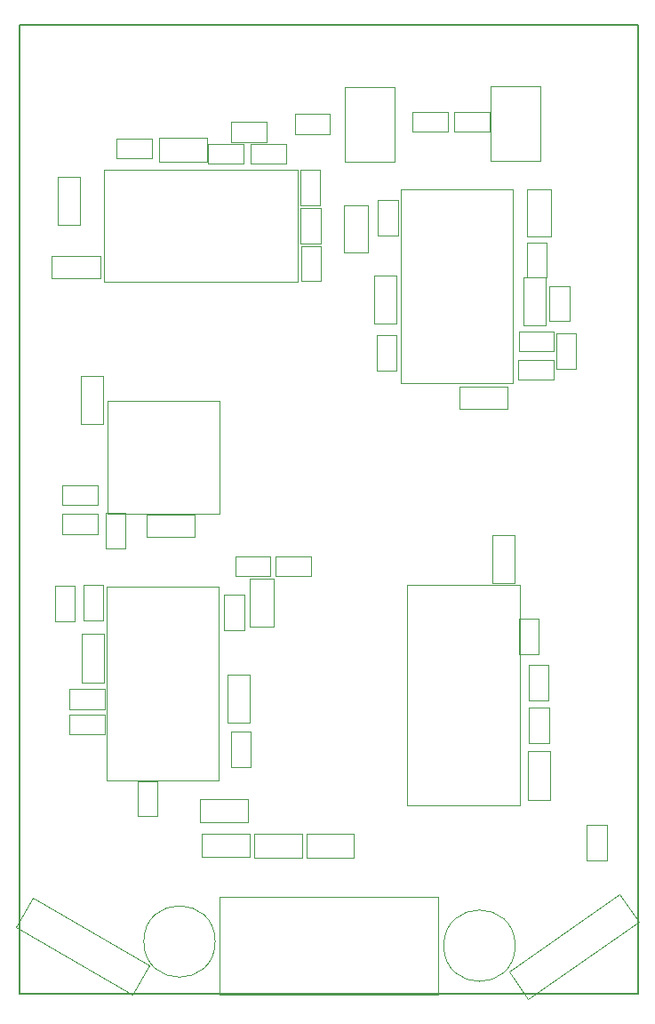
<source format=gbr>
%TF.GenerationSoftware,KiCad,Pcbnew,(5.99.0-13086-gffd1139cfe)*%
%TF.CreationDate,2021-11-22T18:43:28+08:00*%
%TF.ProjectId,Farini_EURO,46617269-6e69-45f4-9555-524f2e6b6963,rev?*%
%TF.SameCoordinates,Original*%
%TF.FileFunction,Other,User*%
%FSLAX46Y46*%
G04 Gerber Fmt 4.6, Leading zero omitted, Abs format (unit mm)*
G04 Created by KiCad (PCBNEW (5.99.0-13086-gffd1139cfe)) date 2021-11-22 18:43:28*
%MOMM*%
%LPD*%
G01*
G04 APERTURE LIST*
%TA.AperFunction,Profile*%
%ADD10C,0.150000*%
%TD*%
%ADD11C,0.050000*%
G04 APERTURE END LIST*
D10*
X47205489Y-140455901D02*
X106135489Y-140455901D01*
X47205489Y-48154626D02*
X47205489Y-140455901D01*
X106135489Y-48154626D02*
X47205489Y-48154626D01*
X106135489Y-140455901D02*
X106135489Y-48154626D01*
D11*
%TO.C,C1*%
X94405489Y-135875489D02*
G75*
G03*
X94405489Y-135875489I-3400000J0D01*
G01*
%TO.C,C2*%
X65825489Y-135475489D02*
G75*
G03*
X65825489Y-135475489I-3400000J0D01*
G01*
%TO.C,C3*%
X95215489Y-76815800D02*
X95215489Y-72215800D01*
X97315489Y-76815800D02*
X95215489Y-76815800D01*
X95215489Y-72215800D02*
X97315489Y-72215800D01*
X97315489Y-72215800D02*
X97315489Y-76815800D01*
%TO.C,C4*%
X69130489Y-114624429D02*
X67030489Y-114624429D01*
X67030489Y-114624429D02*
X67030489Y-110024429D01*
X67030489Y-110024429D02*
X69130489Y-110024429D01*
X69130489Y-110024429D02*
X69130489Y-114624429D01*
%TO.C,C5*%
X59278971Y-96956289D02*
X59278971Y-94856289D01*
X63878971Y-94856289D02*
X63878971Y-96956289D01*
X59278971Y-94856289D02*
X63878971Y-94856289D01*
X63878971Y-96956289D02*
X59278971Y-96956289D01*
%TO.C,C6*%
X83045489Y-72045800D02*
X83045489Y-76645800D01*
X83045489Y-76645800D02*
X80945489Y-76645800D01*
X80945489Y-72045800D02*
X83045489Y-72045800D01*
X80945489Y-76645800D02*
X80945489Y-72045800D01*
%TO.C,C7*%
X55220489Y-106204429D02*
X55220489Y-110804429D01*
X53120489Y-110804429D02*
X53120489Y-106204429D01*
X53120489Y-106204429D02*
X55220489Y-106204429D01*
X55220489Y-110804429D02*
X53120489Y-110804429D01*
%TO.C,C8*%
X53028971Y-81606289D02*
X55128971Y-81606289D01*
X53028971Y-86206289D02*
X53028971Y-81606289D01*
X55128971Y-86206289D02*
X53028971Y-86206289D01*
X55128971Y-81606289D02*
X55128971Y-86206289D01*
%TO.C,C9*%
X89105489Y-82655800D02*
X93705489Y-82655800D01*
X93705489Y-84755800D02*
X89105489Y-84755800D01*
X89105489Y-84755800D02*
X89105489Y-82655800D01*
X93705489Y-82655800D02*
X93705489Y-84755800D01*
%TO.C,C10*%
X95643384Y-117367904D02*
X97743384Y-117367904D01*
X95643384Y-121967904D02*
X95643384Y-117367904D01*
X97743384Y-117367904D02*
X97743384Y-121967904D01*
X97743384Y-121967904D02*
X95643384Y-121967904D01*
%TO.C,C11*%
X94365489Y-96725489D02*
X94365489Y-101325489D01*
X92265489Y-101325489D02*
X92265489Y-96725489D01*
X92265489Y-96725489D02*
X94365489Y-96725489D01*
X94365489Y-101325489D02*
X92265489Y-101325489D01*
%TO.C,D1*%
X95656063Y-140984229D02*
X93820619Y-138362943D01*
X106190359Y-133608036D02*
X95656063Y-140984229D01*
X93820619Y-138362943D02*
X104354914Y-130986750D01*
X104354914Y-130986750D02*
X106190359Y-133608036D01*
%TO.C,D3*%
X97785489Y-63795800D02*
X95545489Y-63795800D01*
X97785489Y-68355800D02*
X97785489Y-63795800D01*
X95545489Y-68355800D02*
X97785489Y-68355800D01*
X95545489Y-63795800D02*
X95545489Y-68355800D01*
%TO.C,D5*%
X59574032Y-137744848D02*
X57974032Y-140516130D01*
X46836946Y-134086130D02*
X48436946Y-131314848D01*
X48436946Y-131314848D02*
X59574032Y-137744848D01*
X57974032Y-140516130D02*
X46836946Y-134086130D01*
%TO.C,D6*%
X60517989Y-61200969D02*
X65077989Y-61200969D01*
X65077989Y-61200969D02*
X65077989Y-58960969D01*
X65077989Y-58960969D02*
X60517989Y-58960969D01*
X60517989Y-58960969D02*
X60517989Y-61200969D01*
%TO.C,D7*%
X69145489Y-105455489D02*
X71385489Y-105455489D01*
X71385489Y-100895489D02*
X69145489Y-100895489D01*
X69145489Y-100895489D02*
X69145489Y-105455489D01*
X71385489Y-105455489D02*
X71385489Y-100895489D01*
%TO.C,D10*%
X80337989Y-65320969D02*
X78097989Y-65320969D01*
X78097989Y-69880969D02*
X80337989Y-69880969D01*
X78097989Y-65320969D02*
X78097989Y-69880969D01*
X80337989Y-69880969D02*
X80337989Y-65320969D01*
%TO.C,D11*%
X74085489Y-125245489D02*
X69525489Y-125245489D01*
X69525489Y-127485489D02*
X74085489Y-127485489D01*
X69525489Y-125245489D02*
X69525489Y-127485489D01*
X74085489Y-127485489D02*
X74085489Y-125245489D01*
%TO.C,D12*%
X64385489Y-124155489D02*
X68945489Y-124155489D01*
X64385489Y-121915489D02*
X64385489Y-124155489D01*
X68945489Y-124155489D02*
X68945489Y-121915489D01*
X68945489Y-121915489D02*
X64385489Y-121915489D01*
%TO.C,D13*%
X64545489Y-125175489D02*
X64545489Y-127415489D01*
X69105489Y-125175489D02*
X64545489Y-125175489D01*
X69105489Y-127415489D02*
X69105489Y-125175489D01*
X64545489Y-127415489D02*
X69105489Y-127415489D01*
%TO.C,J1*%
X66240489Y-140565489D02*
X87100489Y-140565489D01*
X66240489Y-131205489D02*
X66240489Y-140565489D01*
X87100489Y-131205489D02*
X66240489Y-131205489D01*
X87100489Y-140565489D02*
X87100489Y-131205489D01*
%TO.C,Q1*%
X92095489Y-54005489D02*
X92095489Y-61105489D01*
X96835489Y-61105489D02*
X92095489Y-61105489D01*
X96835489Y-61105489D02*
X96835489Y-54005489D01*
X92095489Y-54005489D02*
X96835489Y-54005489D01*
%TO.C,Q2*%
X78139239Y-54135489D02*
X78139239Y-61235489D01*
X78139239Y-54135489D02*
X82879239Y-54135489D01*
X82879239Y-61235489D02*
X78139239Y-61235489D01*
X82879239Y-61235489D02*
X82879239Y-54135489D01*
%TO.C,R1*%
X68580489Y-102474429D02*
X66680489Y-102474429D01*
X66680489Y-102474429D02*
X66680489Y-105834429D01*
X68580489Y-105834429D02*
X68580489Y-102474429D01*
X66680489Y-105834429D02*
X68580489Y-105834429D01*
%TO.C,R2*%
X98055489Y-80075800D02*
X94695489Y-80075800D01*
X94695489Y-80075800D02*
X94695489Y-81975800D01*
X94695489Y-81975800D02*
X98055489Y-81975800D01*
X98055489Y-81975800D02*
X98055489Y-80075800D01*
%TO.C,R3*%
X101235489Y-127755489D02*
X103135489Y-127755489D01*
X103135489Y-124395489D02*
X101235489Y-124395489D01*
X101235489Y-124395489D02*
X101235489Y-127755489D01*
X103135489Y-127755489D02*
X103135489Y-124395489D01*
%TO.C,R4*%
X98095489Y-77335800D02*
X94735489Y-77335800D01*
X94735489Y-79235800D02*
X98095489Y-79235800D01*
X94735489Y-77335800D02*
X94735489Y-79235800D01*
X98095489Y-79235800D02*
X98095489Y-77335800D01*
%TO.C,R6*%
X100215489Y-77545800D02*
X98315489Y-77545800D01*
X100215489Y-80905800D02*
X100215489Y-77545800D01*
X98315489Y-80905800D02*
X100215489Y-80905800D01*
X98315489Y-77545800D02*
X98315489Y-80905800D01*
%TO.C,R7*%
X97425489Y-72235800D02*
X97425489Y-68875800D01*
X95525489Y-68875800D02*
X95525489Y-72235800D01*
X97425489Y-68875800D02*
X95525489Y-68875800D01*
X95525489Y-72235800D02*
X97425489Y-72235800D01*
%TO.C,R8*%
X97655489Y-76395800D02*
X99555489Y-76395800D01*
X99555489Y-76395800D02*
X99555489Y-73035800D01*
X97655489Y-73035800D02*
X97655489Y-76395800D01*
X99555489Y-73035800D02*
X97655489Y-73035800D01*
%TO.C,R10*%
X81195489Y-81075489D02*
X83095489Y-81075489D01*
X83095489Y-77715489D02*
X81195489Y-77715489D01*
X83095489Y-81075489D02*
X83095489Y-77715489D01*
X81195489Y-77715489D02*
X81195489Y-81075489D01*
%TO.C,R11*%
X67335489Y-115485489D02*
X67335489Y-118845489D01*
X69235489Y-118845489D02*
X69235489Y-115485489D01*
X69235489Y-115485489D02*
X67335489Y-115485489D01*
X67335489Y-118845489D02*
X69235489Y-118845489D01*
%TO.C,R12*%
X56457989Y-59000969D02*
X56457989Y-60900969D01*
X59817989Y-60900969D02*
X59817989Y-59000969D01*
X59817989Y-59000969D02*
X56457989Y-59000969D01*
X56457989Y-60900969D02*
X59817989Y-60900969D01*
%TO.C,R13*%
X69207989Y-61410969D02*
X72567989Y-61410969D01*
X72567989Y-61410969D02*
X72567989Y-59510969D01*
X69207989Y-59510969D02*
X69207989Y-61410969D01*
X72567989Y-59510969D02*
X69207989Y-59510969D01*
%TO.C,R17*%
X65157989Y-61410969D02*
X68517989Y-61410969D01*
X68517989Y-61410969D02*
X68517989Y-59510969D01*
X65157989Y-59510969D02*
X65157989Y-61410969D01*
X68517989Y-59510969D02*
X65157989Y-59510969D01*
%TO.C,R18*%
X70725489Y-57435489D02*
X67365489Y-57435489D01*
X67365489Y-59335489D02*
X70725489Y-59335489D01*
X70725489Y-59335489D02*
X70725489Y-57435489D01*
X67365489Y-57435489D02*
X67365489Y-59335489D01*
%TO.C,R22*%
X57305489Y-98035489D02*
X57305489Y-94675489D01*
X57305489Y-94675489D02*
X55405489Y-94675489D01*
X55405489Y-94675489D02*
X55405489Y-98035489D01*
X55405489Y-98035489D02*
X57305489Y-98035489D01*
%TO.C,R23*%
X55180489Y-104894429D02*
X55180489Y-101534429D01*
X53280489Y-104894429D02*
X55180489Y-104894429D01*
X55180489Y-101534429D02*
X53280489Y-101534429D01*
X53280489Y-101534429D02*
X53280489Y-104894429D01*
%TO.C,R24*%
X81335489Y-64865489D02*
X81335489Y-68225489D01*
X83235489Y-64865489D02*
X81335489Y-64865489D01*
X83235489Y-68225489D02*
X83235489Y-64865489D01*
X81335489Y-68225489D02*
X83235489Y-68225489D01*
%TO.C,R26*%
X58435489Y-123555489D02*
X60335489Y-123555489D01*
X60335489Y-120195489D02*
X58435489Y-120195489D01*
X58435489Y-120195489D02*
X58435489Y-123555489D01*
X60335489Y-123555489D02*
X60335489Y-120195489D01*
%TO.C,R27*%
X74935489Y-98765489D02*
X71575489Y-98765489D01*
X71575489Y-100665489D02*
X74935489Y-100665489D01*
X74935489Y-100665489D02*
X74935489Y-98765489D01*
X71575489Y-98765489D02*
X71575489Y-100665489D01*
%TO.C,R28*%
X50535489Y-101605489D02*
X50535489Y-104965489D01*
X52435489Y-104965489D02*
X52435489Y-101605489D01*
X52435489Y-101605489D02*
X50535489Y-101605489D01*
X50535489Y-104965489D02*
X52435489Y-104965489D01*
%TO.C,R29*%
X94773384Y-108087904D02*
X96673384Y-108087904D01*
X94773384Y-104727904D02*
X94773384Y-108087904D01*
X96673384Y-108087904D02*
X96673384Y-104727904D01*
X96673384Y-104727904D02*
X94773384Y-104727904D01*
%TO.C,R30*%
X67745489Y-100695489D02*
X71105489Y-100695489D01*
X67745489Y-98795489D02*
X67745489Y-100695489D01*
X71105489Y-100695489D02*
X71105489Y-98795489D01*
X71105489Y-98795489D02*
X67745489Y-98795489D01*
%TO.C,R31*%
X91945489Y-56455489D02*
X88585489Y-56455489D01*
X91945489Y-58355489D02*
X91945489Y-56455489D01*
X88585489Y-58355489D02*
X91945489Y-58355489D01*
X88585489Y-56455489D02*
X88585489Y-58355489D01*
%TO.C,R33*%
X51960489Y-115754429D02*
X55320489Y-115754429D01*
X55320489Y-115754429D02*
X55320489Y-113854429D01*
X51960489Y-113854429D02*
X51960489Y-115754429D01*
X55320489Y-113854429D02*
X51960489Y-113854429D01*
%TO.C,R34*%
X51960489Y-113354429D02*
X55320489Y-113354429D01*
X51960489Y-111454429D02*
X51960489Y-113354429D01*
X55320489Y-113354429D02*
X55320489Y-111454429D01*
X55320489Y-111454429D02*
X51960489Y-111454429D01*
%TO.C,R35*%
X95693384Y-109155404D02*
X95693384Y-112515404D01*
X95693384Y-112515404D02*
X97593384Y-112515404D01*
X97593384Y-112515404D02*
X97593384Y-109155404D01*
X97593384Y-109155404D02*
X95693384Y-109155404D01*
%TO.C,R38*%
X73399239Y-56645489D02*
X73399239Y-58545489D01*
X76759239Y-58545489D02*
X76759239Y-56645489D01*
X76759239Y-56645489D02*
X73399239Y-56645489D01*
X73399239Y-58545489D02*
X76759239Y-58545489D01*
%TO.C,R40*%
X74027989Y-69210969D02*
X74027989Y-72570969D01*
X74027989Y-72570969D02*
X75927989Y-72570969D01*
X75927989Y-72570969D02*
X75927989Y-69210969D01*
X75927989Y-69210969D02*
X74027989Y-69210969D01*
%TO.C,R41*%
X73957989Y-68960969D02*
X75857989Y-68960969D01*
X75857989Y-68960969D02*
X75857989Y-65600969D01*
X73957989Y-65600969D02*
X73957989Y-68960969D01*
X75857989Y-65600969D02*
X73957989Y-65600969D01*
%TO.C,R42*%
X87975489Y-56455489D02*
X84615489Y-56455489D01*
X87975489Y-58355489D02*
X87975489Y-56455489D01*
X84615489Y-56455489D02*
X84615489Y-58355489D01*
X84615489Y-58355489D02*
X87975489Y-58355489D01*
%TO.C,R43*%
X75817989Y-61980969D02*
X73917989Y-61980969D01*
X73917989Y-65340969D02*
X75817989Y-65340969D01*
X75817989Y-65340969D02*
X75817989Y-61980969D01*
X73917989Y-61980969D02*
X73917989Y-65340969D01*
%TO.C,R44*%
X95733384Y-113217904D02*
X95733384Y-116577904D01*
X95733384Y-116577904D02*
X97633384Y-116577904D01*
X97633384Y-113217904D02*
X95733384Y-113217904D01*
X97633384Y-116577904D02*
X97633384Y-113217904D01*
%TO.C,U1*%
X94175489Y-63865800D02*
X94175489Y-82315800D01*
X94175489Y-82315800D02*
X83475489Y-82315800D01*
X83475489Y-63865800D02*
X94175489Y-63865800D01*
X83475489Y-82315800D02*
X83475489Y-63865800D01*
%TO.C,U2*%
X66165489Y-120150489D02*
X55465489Y-120150489D01*
X66165489Y-101700489D02*
X66165489Y-120150489D01*
X55465489Y-101700489D02*
X66165489Y-101700489D01*
X55465489Y-120150489D02*
X55465489Y-101700489D01*
%TO.C,U3*%
X73712989Y-61960969D02*
X73712989Y-72660969D01*
X73712989Y-72660969D02*
X55262989Y-72660969D01*
X55262989Y-61960969D02*
X73712989Y-61960969D01*
X55262989Y-72660969D02*
X55262989Y-61960969D01*
%TO.C,U4*%
X94823384Y-101537904D02*
X94823384Y-122537904D01*
X94823384Y-122537904D02*
X84123384Y-122537904D01*
X84123384Y-101537904D02*
X94823384Y-101537904D01*
X84123384Y-122537904D02*
X84123384Y-101537904D01*
%TO.C,D4*%
X79065489Y-127485489D02*
X79065489Y-125245489D01*
X74505489Y-127485489D02*
X79065489Y-127485489D01*
X79065489Y-125245489D02*
X74505489Y-125245489D01*
X74505489Y-125245489D02*
X74505489Y-127485489D01*
%TO.C,C12*%
X52967989Y-67210969D02*
X50867989Y-67210969D01*
X50867989Y-67210969D02*
X50867989Y-62610969D01*
X52967989Y-62610969D02*
X52967989Y-67210969D01*
X50867989Y-62610969D02*
X52967989Y-62610969D01*
%TO.C,R47*%
X51285489Y-93925489D02*
X54645489Y-93925489D01*
X51285489Y-92025489D02*
X51285489Y-93925489D01*
X54645489Y-92025489D02*
X51285489Y-92025489D01*
X54645489Y-93925489D02*
X54645489Y-92025489D01*
%TO.C,R48*%
X51275489Y-96675489D02*
X54635489Y-96675489D01*
X54635489Y-96675489D02*
X54635489Y-94775489D01*
X51275489Y-94775489D02*
X51275489Y-96675489D01*
X54635489Y-94775489D02*
X51275489Y-94775489D01*
%TO.C,U5*%
X55528971Y-94766289D02*
X55528971Y-83966289D01*
X66228971Y-94766289D02*
X55528971Y-94766289D01*
X66228971Y-83966289D02*
X66228971Y-94766289D01*
X55528971Y-83966289D02*
X66228971Y-83966289D01*
%TO.C,C13*%
X54855489Y-70155489D02*
X54855489Y-72255489D01*
X50255489Y-72255489D02*
X50255489Y-70155489D01*
X54855489Y-72255489D02*
X50255489Y-72255489D01*
X50255489Y-70155489D02*
X54855489Y-70155489D01*
%TD*%
M02*

</source>
